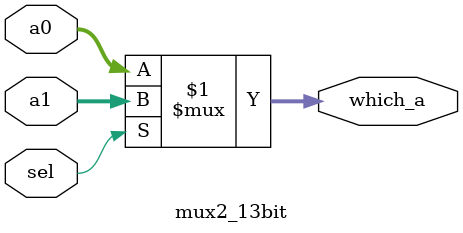
<source format=v>

module mux2_13bit(sel, a0, a1, 
					which_a);
	input wire sel;
	input wire[12:0] a0, a1;
	output wire[12:0] which_a;

	assign which_a = sel ? a1 : a0;

endmodule // mux2_13bit
</source>
